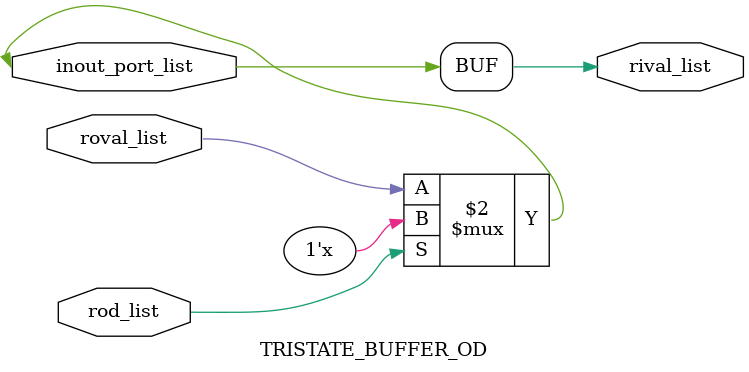
<source format=v>

module TRISTATE_BUFFER_OD
(
	rod_list,
	roval_list,
	rival_list,
	inout_port_list
);

parameter BW_DATA = 1;
parameter NUM_DATA = 1;

localparam  RVX_LPARA_0 = BW_DATA*NUM_DATA;

input wire [RVX_LPARA_0-1:0] rod_list;
input wire [RVX_LPARA_0-1:0] roval_list;
output wire [RVX_LPARA_0-1:0] rival_list;
inout wire [RVX_LPARA_0-1:0] inout_port_list;

genvar i;

generate
	for(i=0; i<RVX_LPARA_0; i=i+1)
	begin : i_split_port
		assign rival_list[i] = inout_port_list[i];
		assign inout_port_list[i] = (rod_list[i]==1'b 0)? roval_list[i] : 1'b z;
	end
endgenerate

endmodule


</source>
